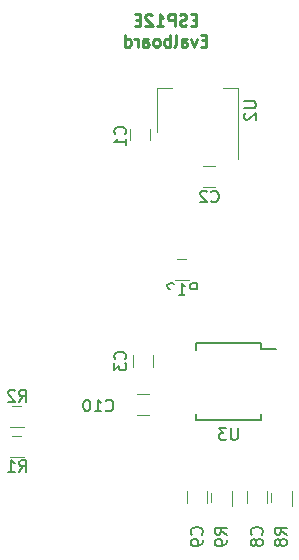
<source format=gbo>
G04 #@! TF.FileFunction,Legend,Bot*
%FSLAX46Y46*%
G04 Gerber Fmt 4.6, Leading zero omitted, Abs format (unit mm)*
G04 Created by KiCad (PCBNEW 4.0.7) date 02/11/18 23:28:48*
%MOMM*%
%LPD*%
G01*
G04 APERTURE LIST*
%ADD10C,0.100000*%
%ADD11C,0.250000*%
%ADD12C,0.120000*%
%ADD13C,0.150000*%
%ADD14R,1.650000X1.900000*%
%ADD15R,1.900000X1.650000*%
%ADD16C,1.300000*%
%ADD17R,1.900000X1.700000*%
%ADD18R,1.600000X0.800000*%
%ADD19R,1.700000X1.900000*%
%ADD20R,4.200000X2.400000*%
%ADD21R,1.900000X2.400000*%
%ADD22C,3.900120*%
%ADD23R,2.100000X2.100000*%
%ADD24O,2.100000X2.100000*%
G04 APERTURE END LIST*
D10*
D11*
X159440238Y-97478571D02*
X159106904Y-97478571D01*
X158964047Y-98002381D02*
X159440238Y-98002381D01*
X159440238Y-97002381D01*
X158964047Y-97002381D01*
X158583095Y-97954762D02*
X158440238Y-98002381D01*
X158202142Y-98002381D01*
X158106904Y-97954762D01*
X158059285Y-97907143D01*
X158011666Y-97811905D01*
X158011666Y-97716667D01*
X158059285Y-97621429D01*
X158106904Y-97573810D01*
X158202142Y-97526190D01*
X158392619Y-97478571D01*
X158487857Y-97430952D01*
X158535476Y-97383333D01*
X158583095Y-97288095D01*
X158583095Y-97192857D01*
X158535476Y-97097619D01*
X158487857Y-97050000D01*
X158392619Y-97002381D01*
X158154523Y-97002381D01*
X158011666Y-97050000D01*
X157583095Y-98002381D02*
X157583095Y-97002381D01*
X157202142Y-97002381D01*
X157106904Y-97050000D01*
X157059285Y-97097619D01*
X157011666Y-97192857D01*
X157011666Y-97335714D01*
X157059285Y-97430952D01*
X157106904Y-97478571D01*
X157202142Y-97526190D01*
X157583095Y-97526190D01*
X156059285Y-98002381D02*
X156630714Y-98002381D01*
X156345000Y-98002381D02*
X156345000Y-97002381D01*
X156440238Y-97145238D01*
X156535476Y-97240476D01*
X156630714Y-97288095D01*
X155678333Y-97097619D02*
X155630714Y-97050000D01*
X155535476Y-97002381D01*
X155297380Y-97002381D01*
X155202142Y-97050000D01*
X155154523Y-97097619D01*
X155106904Y-97192857D01*
X155106904Y-97288095D01*
X155154523Y-97430952D01*
X155725952Y-98002381D01*
X155106904Y-98002381D01*
X154678333Y-97478571D02*
X154344999Y-97478571D01*
X154202142Y-98002381D02*
X154678333Y-98002381D01*
X154678333Y-97002381D01*
X154202142Y-97002381D01*
X160273572Y-99228571D02*
X159940238Y-99228571D01*
X159797381Y-99752381D02*
X160273572Y-99752381D01*
X160273572Y-98752381D01*
X159797381Y-98752381D01*
X159464048Y-99085714D02*
X159225953Y-99752381D01*
X158987857Y-99085714D01*
X158178333Y-99752381D02*
X158178333Y-99228571D01*
X158225952Y-99133333D01*
X158321190Y-99085714D01*
X158511667Y-99085714D01*
X158606905Y-99133333D01*
X158178333Y-99704762D02*
X158273571Y-99752381D01*
X158511667Y-99752381D01*
X158606905Y-99704762D01*
X158654524Y-99609524D01*
X158654524Y-99514286D01*
X158606905Y-99419048D01*
X158511667Y-99371429D01*
X158273571Y-99371429D01*
X158178333Y-99323810D01*
X157559286Y-99752381D02*
X157654524Y-99704762D01*
X157702143Y-99609524D01*
X157702143Y-98752381D01*
X157178333Y-99752381D02*
X157178333Y-98752381D01*
X157178333Y-99133333D02*
X157083095Y-99085714D01*
X156892618Y-99085714D01*
X156797380Y-99133333D01*
X156749761Y-99180952D01*
X156702142Y-99276190D01*
X156702142Y-99561905D01*
X156749761Y-99657143D01*
X156797380Y-99704762D01*
X156892618Y-99752381D01*
X157083095Y-99752381D01*
X157178333Y-99704762D01*
X156130714Y-99752381D02*
X156225952Y-99704762D01*
X156273571Y-99657143D01*
X156321190Y-99561905D01*
X156321190Y-99276190D01*
X156273571Y-99180952D01*
X156225952Y-99133333D01*
X156130714Y-99085714D01*
X155987856Y-99085714D01*
X155892618Y-99133333D01*
X155844999Y-99180952D01*
X155797380Y-99276190D01*
X155797380Y-99561905D01*
X155844999Y-99657143D01*
X155892618Y-99704762D01*
X155987856Y-99752381D01*
X156130714Y-99752381D01*
X154940237Y-99752381D02*
X154940237Y-99228571D01*
X154987856Y-99133333D01*
X155083094Y-99085714D01*
X155273571Y-99085714D01*
X155368809Y-99133333D01*
X154940237Y-99704762D02*
X155035475Y-99752381D01*
X155273571Y-99752381D01*
X155368809Y-99704762D01*
X155416428Y-99609524D01*
X155416428Y-99514286D01*
X155368809Y-99419048D01*
X155273571Y-99371429D01*
X155035475Y-99371429D01*
X154940237Y-99323810D01*
X154464047Y-99752381D02*
X154464047Y-99085714D01*
X154464047Y-99276190D02*
X154416428Y-99180952D01*
X154368809Y-99133333D01*
X154273571Y-99085714D01*
X154178332Y-99085714D01*
X153416427Y-99752381D02*
X153416427Y-98752381D01*
X153416427Y-99704762D02*
X153511665Y-99752381D01*
X153702142Y-99752381D01*
X153797380Y-99704762D01*
X153844999Y-99657143D01*
X153892618Y-99561905D01*
X153892618Y-99276190D01*
X153844999Y-99180952D01*
X153797380Y-99133333D01*
X153702142Y-99085714D01*
X153511665Y-99085714D01*
X153416427Y-99133333D01*
D12*
X155536000Y-106688000D02*
X155536000Y-107688000D01*
X153836000Y-107688000D02*
X153836000Y-106688000D01*
X161028000Y-111594000D02*
X160028000Y-111594000D01*
X160028000Y-109894000D02*
X161028000Y-109894000D01*
X144872000Y-132724000D02*
X143672000Y-132724000D01*
X143672000Y-134484000D02*
X144872000Y-134484000D01*
D13*
X164933000Y-124842000D02*
X164933000Y-125317000D01*
X159383000Y-124842000D02*
X159383000Y-125417000D01*
X159383000Y-131392000D02*
X159383000Y-130817000D01*
X164933000Y-131392000D02*
X164933000Y-130817000D01*
X164933000Y-124842000D02*
X159383000Y-124842000D01*
X164933000Y-131392000D02*
X159383000Y-131392000D01*
X164933000Y-125317000D02*
X166208000Y-125317000D01*
D12*
X165442000Y-137402000D02*
X165442000Y-138402000D01*
X163742000Y-138402000D02*
X163742000Y-137402000D01*
X160362000Y-137402000D02*
X160362000Y-138402000D01*
X158662000Y-138402000D02*
X158662000Y-137402000D01*
X154440000Y-129198000D02*
X155440000Y-129198000D01*
X155440000Y-130898000D02*
X154440000Y-130898000D01*
X167504000Y-138602000D02*
X167504000Y-137402000D01*
X165744000Y-137402000D02*
X165744000Y-138602000D01*
X162424000Y-138602000D02*
X162424000Y-137402000D01*
X160664000Y-137402000D02*
X160664000Y-138602000D01*
X156102000Y-103246000D02*
X157362000Y-103246000D01*
X162922000Y-103246000D02*
X161662000Y-103246000D01*
X156102000Y-107006000D02*
X156102000Y-103246000D01*
X162922000Y-109256000D02*
X162922000Y-103246000D01*
X143672000Y-131944000D02*
X144872000Y-131944000D01*
X144872000Y-130184000D02*
X143672000Y-130184000D01*
X155790000Y-125865000D02*
X155790000Y-126865000D01*
X154090000Y-126865000D02*
X154090000Y-125865000D01*
X158842000Y-117738000D02*
X157642000Y-117738000D01*
X157642000Y-119498000D02*
X158842000Y-119498000D01*
D13*
X153392143Y-107148334D02*
X153439762Y-107100715D01*
X153487381Y-106957858D01*
X153487381Y-106862620D01*
X153439762Y-106719762D01*
X153344524Y-106624524D01*
X153249286Y-106576905D01*
X153058810Y-106529286D01*
X152915952Y-106529286D01*
X152725476Y-106576905D01*
X152630238Y-106624524D01*
X152535000Y-106719762D01*
X152487381Y-106862620D01*
X152487381Y-106957858D01*
X152535000Y-107100715D01*
X152582619Y-107148334D01*
X153487381Y-108100715D02*
X153487381Y-107529286D01*
X153487381Y-107815000D02*
X152487381Y-107815000D01*
X152630238Y-107719762D01*
X152725476Y-107624524D01*
X152773095Y-107529286D01*
X160694666Y-112851143D02*
X160742285Y-112898762D01*
X160885142Y-112946381D01*
X160980380Y-112946381D01*
X161123238Y-112898762D01*
X161218476Y-112803524D01*
X161266095Y-112708286D01*
X161313714Y-112517810D01*
X161313714Y-112374952D01*
X161266095Y-112184476D01*
X161218476Y-112089238D01*
X161123238Y-111994000D01*
X160980380Y-111946381D01*
X160885142Y-111946381D01*
X160742285Y-111994000D01*
X160694666Y-112041619D01*
X160313714Y-112041619D02*
X160266095Y-111994000D01*
X160170857Y-111946381D01*
X159932761Y-111946381D01*
X159837523Y-111994000D01*
X159789904Y-112041619D01*
X159742285Y-112136857D01*
X159742285Y-112232095D01*
X159789904Y-112374952D01*
X160361333Y-112946381D01*
X159742285Y-112946381D01*
X144438666Y-135756381D02*
X144772000Y-135280190D01*
X145010095Y-135756381D02*
X145010095Y-134756381D01*
X144629142Y-134756381D01*
X144533904Y-134804000D01*
X144486285Y-134851619D01*
X144438666Y-134946857D01*
X144438666Y-135089714D01*
X144486285Y-135184952D01*
X144533904Y-135232571D01*
X144629142Y-135280190D01*
X145010095Y-135280190D01*
X143486285Y-135756381D02*
X144057714Y-135756381D01*
X143772000Y-135756381D02*
X143772000Y-134756381D01*
X143867238Y-134899238D01*
X143962476Y-134994476D01*
X144057714Y-135042095D01*
X162919905Y-132040381D02*
X162919905Y-132849905D01*
X162872286Y-132945143D01*
X162824667Y-132992762D01*
X162729429Y-133040381D01*
X162538952Y-133040381D01*
X162443714Y-132992762D01*
X162396095Y-132945143D01*
X162348476Y-132849905D01*
X162348476Y-132040381D01*
X161967524Y-132040381D02*
X161348476Y-132040381D01*
X161681810Y-132421333D01*
X161538952Y-132421333D01*
X161443714Y-132468952D01*
X161396095Y-132516571D01*
X161348476Y-132611810D01*
X161348476Y-132849905D01*
X161396095Y-132945143D01*
X161443714Y-132992762D01*
X161538952Y-133040381D01*
X161824667Y-133040381D01*
X161919905Y-132992762D01*
X161967524Y-132945143D01*
X164949143Y-141057334D02*
X164996762Y-141009715D01*
X165044381Y-140866858D01*
X165044381Y-140771620D01*
X164996762Y-140628762D01*
X164901524Y-140533524D01*
X164806286Y-140485905D01*
X164615810Y-140438286D01*
X164472952Y-140438286D01*
X164282476Y-140485905D01*
X164187238Y-140533524D01*
X164092000Y-140628762D01*
X164044381Y-140771620D01*
X164044381Y-140866858D01*
X164092000Y-141009715D01*
X164139619Y-141057334D01*
X164472952Y-141628762D02*
X164425333Y-141533524D01*
X164377714Y-141485905D01*
X164282476Y-141438286D01*
X164234857Y-141438286D01*
X164139619Y-141485905D01*
X164092000Y-141533524D01*
X164044381Y-141628762D01*
X164044381Y-141819239D01*
X164092000Y-141914477D01*
X164139619Y-141962096D01*
X164234857Y-142009715D01*
X164282476Y-142009715D01*
X164377714Y-141962096D01*
X164425333Y-141914477D01*
X164472952Y-141819239D01*
X164472952Y-141628762D01*
X164520571Y-141533524D01*
X164568190Y-141485905D01*
X164663429Y-141438286D01*
X164853905Y-141438286D01*
X164949143Y-141485905D01*
X164996762Y-141533524D01*
X165044381Y-141628762D01*
X165044381Y-141819239D01*
X164996762Y-141914477D01*
X164949143Y-141962096D01*
X164853905Y-142009715D01*
X164663429Y-142009715D01*
X164568190Y-141962096D01*
X164520571Y-141914477D01*
X164472952Y-141819239D01*
X159869143Y-141057334D02*
X159916762Y-141009715D01*
X159964381Y-140866858D01*
X159964381Y-140771620D01*
X159916762Y-140628762D01*
X159821524Y-140533524D01*
X159726286Y-140485905D01*
X159535810Y-140438286D01*
X159392952Y-140438286D01*
X159202476Y-140485905D01*
X159107238Y-140533524D01*
X159012000Y-140628762D01*
X158964381Y-140771620D01*
X158964381Y-140866858D01*
X159012000Y-141009715D01*
X159059619Y-141057334D01*
X159964381Y-141533524D02*
X159964381Y-141724000D01*
X159916762Y-141819239D01*
X159869143Y-141866858D01*
X159726286Y-141962096D01*
X159535810Y-142009715D01*
X159154857Y-142009715D01*
X159059619Y-141962096D01*
X159012000Y-141914477D01*
X158964381Y-141819239D01*
X158964381Y-141628762D01*
X159012000Y-141533524D01*
X159059619Y-141485905D01*
X159154857Y-141438286D01*
X159392952Y-141438286D01*
X159488190Y-141485905D01*
X159535810Y-141533524D01*
X159583429Y-141628762D01*
X159583429Y-141819239D01*
X159535810Y-141914477D01*
X159488190Y-141962096D01*
X159392952Y-142009715D01*
X151772857Y-130532143D02*
X151820476Y-130579762D01*
X151963333Y-130627381D01*
X152058571Y-130627381D01*
X152201429Y-130579762D01*
X152296667Y-130484524D01*
X152344286Y-130389286D01*
X152391905Y-130198810D01*
X152391905Y-130055952D01*
X152344286Y-129865476D01*
X152296667Y-129770238D01*
X152201429Y-129675000D01*
X152058571Y-129627381D01*
X151963333Y-129627381D01*
X151820476Y-129675000D01*
X151772857Y-129722619D01*
X150820476Y-130627381D02*
X151391905Y-130627381D01*
X151106191Y-130627381D02*
X151106191Y-129627381D01*
X151201429Y-129770238D01*
X151296667Y-129865476D01*
X151391905Y-129913095D01*
X150201429Y-129627381D02*
X150106190Y-129627381D01*
X150010952Y-129675000D01*
X149963333Y-129722619D01*
X149915714Y-129817857D01*
X149868095Y-130008333D01*
X149868095Y-130246429D01*
X149915714Y-130436905D01*
X149963333Y-130532143D01*
X150010952Y-130579762D01*
X150106190Y-130627381D01*
X150201429Y-130627381D01*
X150296667Y-130579762D01*
X150344286Y-130532143D01*
X150391905Y-130436905D01*
X150439524Y-130246429D01*
X150439524Y-130008333D01*
X150391905Y-129817857D01*
X150344286Y-129722619D01*
X150296667Y-129675000D01*
X150201429Y-129627381D01*
X167076381Y-141057334D02*
X166600190Y-140724000D01*
X167076381Y-140485905D02*
X166076381Y-140485905D01*
X166076381Y-140866858D01*
X166124000Y-140962096D01*
X166171619Y-141009715D01*
X166266857Y-141057334D01*
X166409714Y-141057334D01*
X166504952Y-141009715D01*
X166552571Y-140962096D01*
X166600190Y-140866858D01*
X166600190Y-140485905D01*
X166504952Y-141628762D02*
X166457333Y-141533524D01*
X166409714Y-141485905D01*
X166314476Y-141438286D01*
X166266857Y-141438286D01*
X166171619Y-141485905D01*
X166124000Y-141533524D01*
X166076381Y-141628762D01*
X166076381Y-141819239D01*
X166124000Y-141914477D01*
X166171619Y-141962096D01*
X166266857Y-142009715D01*
X166314476Y-142009715D01*
X166409714Y-141962096D01*
X166457333Y-141914477D01*
X166504952Y-141819239D01*
X166504952Y-141628762D01*
X166552571Y-141533524D01*
X166600190Y-141485905D01*
X166695429Y-141438286D01*
X166885905Y-141438286D01*
X166981143Y-141485905D01*
X167028762Y-141533524D01*
X167076381Y-141628762D01*
X167076381Y-141819239D01*
X167028762Y-141914477D01*
X166981143Y-141962096D01*
X166885905Y-142009715D01*
X166695429Y-142009715D01*
X166600190Y-141962096D01*
X166552571Y-141914477D01*
X166504952Y-141819239D01*
X161996381Y-141057334D02*
X161520190Y-140724000D01*
X161996381Y-140485905D02*
X160996381Y-140485905D01*
X160996381Y-140866858D01*
X161044000Y-140962096D01*
X161091619Y-141009715D01*
X161186857Y-141057334D01*
X161329714Y-141057334D01*
X161424952Y-141009715D01*
X161472571Y-140962096D01*
X161520190Y-140866858D01*
X161520190Y-140485905D01*
X161996381Y-141533524D02*
X161996381Y-141724000D01*
X161948762Y-141819239D01*
X161901143Y-141866858D01*
X161758286Y-141962096D01*
X161567810Y-142009715D01*
X161186857Y-142009715D01*
X161091619Y-141962096D01*
X161044000Y-141914477D01*
X160996381Y-141819239D01*
X160996381Y-141628762D01*
X161044000Y-141533524D01*
X161091619Y-141485905D01*
X161186857Y-141438286D01*
X161424952Y-141438286D01*
X161520190Y-141485905D01*
X161567810Y-141533524D01*
X161615429Y-141628762D01*
X161615429Y-141819239D01*
X161567810Y-141914477D01*
X161520190Y-141962096D01*
X161424952Y-142009715D01*
X163464381Y-104394095D02*
X164273905Y-104394095D01*
X164369143Y-104441714D01*
X164416762Y-104489333D01*
X164464381Y-104584571D01*
X164464381Y-104775048D01*
X164416762Y-104870286D01*
X164369143Y-104917905D01*
X164273905Y-104965524D01*
X163464381Y-104965524D01*
X163559619Y-105394095D02*
X163512000Y-105441714D01*
X163464381Y-105536952D01*
X163464381Y-105775048D01*
X163512000Y-105870286D01*
X163559619Y-105917905D01*
X163654857Y-105965524D01*
X163750095Y-105965524D01*
X163892952Y-105917905D01*
X164464381Y-105346476D01*
X164464381Y-105965524D01*
X144438666Y-129816381D02*
X144772000Y-129340190D01*
X145010095Y-129816381D02*
X145010095Y-128816381D01*
X144629142Y-128816381D01*
X144533904Y-128864000D01*
X144486285Y-128911619D01*
X144438666Y-129006857D01*
X144438666Y-129149714D01*
X144486285Y-129244952D01*
X144533904Y-129292571D01*
X144629142Y-129340190D01*
X145010095Y-129340190D01*
X144057714Y-128911619D02*
X144010095Y-128864000D01*
X143914857Y-128816381D01*
X143676761Y-128816381D01*
X143581523Y-128864000D01*
X143533904Y-128911619D01*
X143486285Y-129006857D01*
X143486285Y-129102095D01*
X143533904Y-129244952D01*
X144105333Y-129816381D01*
X143486285Y-129816381D01*
X153392143Y-126198334D02*
X153439762Y-126150715D01*
X153487381Y-126007858D01*
X153487381Y-125912620D01*
X153439762Y-125769762D01*
X153344524Y-125674524D01*
X153249286Y-125626905D01*
X153058810Y-125579286D01*
X152915952Y-125579286D01*
X152725476Y-125626905D01*
X152630238Y-125674524D01*
X152535000Y-125769762D01*
X152487381Y-125912620D01*
X152487381Y-126007858D01*
X152535000Y-126150715D01*
X152582619Y-126198334D01*
X152487381Y-126531667D02*
X152487381Y-127150715D01*
X152868333Y-126817381D01*
X152868333Y-126960239D01*
X152915952Y-127055477D01*
X152963571Y-127103096D01*
X153058810Y-127150715D01*
X153296905Y-127150715D01*
X153392143Y-127103096D01*
X153439762Y-127055477D01*
X153487381Y-126960239D01*
X153487381Y-126674524D01*
X153439762Y-126579286D01*
X153392143Y-126531667D01*
X158884857Y-120770381D02*
X159218191Y-120294190D01*
X159456286Y-120770381D02*
X159456286Y-119770381D01*
X159075333Y-119770381D01*
X158980095Y-119818000D01*
X158932476Y-119865619D01*
X158884857Y-119960857D01*
X158884857Y-120103714D01*
X158932476Y-120198952D01*
X158980095Y-120246571D01*
X159075333Y-120294190D01*
X159456286Y-120294190D01*
X157932476Y-120770381D02*
X158503905Y-120770381D01*
X158218191Y-120770381D02*
X158218191Y-119770381D01*
X158313429Y-119913238D01*
X158408667Y-120008476D01*
X158503905Y-120056095D01*
X157551524Y-119865619D02*
X157503905Y-119818000D01*
X157408667Y-119770381D01*
X157170571Y-119770381D01*
X157075333Y-119818000D01*
X157027714Y-119865619D01*
X156980095Y-119960857D01*
X156980095Y-120056095D01*
X157027714Y-120198952D01*
X157599143Y-120770381D01*
X156980095Y-120770381D01*
%LPC*%
D14*
X154686000Y-108438000D03*
X154686000Y-105938000D03*
D15*
X159278000Y-110744000D03*
X161778000Y-110744000D03*
D16*
X150200000Y-139240000D03*
X154600000Y-139240000D03*
D17*
X142922000Y-133604000D03*
X145622000Y-133604000D03*
D18*
X165608000Y-125842000D03*
X165608000Y-126492000D03*
X165608000Y-127142000D03*
X165608000Y-127792000D03*
X165608000Y-128442000D03*
X165608000Y-129092000D03*
X165608000Y-129742000D03*
X165608000Y-130392000D03*
X158708000Y-130392000D03*
X158708000Y-129742000D03*
X158708000Y-129092000D03*
X158708000Y-128442000D03*
X158708000Y-127792000D03*
X158708000Y-127142000D03*
X158708000Y-126492000D03*
X158708000Y-125842000D03*
D14*
X164592000Y-139152000D03*
X164592000Y-136652000D03*
X159512000Y-139152000D03*
X159512000Y-136652000D03*
D15*
X156190000Y-130048000D03*
X153690000Y-130048000D03*
D19*
X166624000Y-136652000D03*
X166624000Y-139352000D03*
X161544000Y-136652000D03*
X161544000Y-139352000D03*
D20*
X159512000Y-102006000D03*
D21*
X159512000Y-108306000D03*
X157212000Y-108306000D03*
X161812000Y-108306000D03*
D22*
X142161260Y-139778740D03*
X142161260Y-99778820D03*
X172161200Y-99778820D03*
X172161200Y-139778740D03*
D23*
X139446000Y-107188000D03*
D24*
X139446000Y-109728000D03*
X139446000Y-112268000D03*
X139446000Y-114808000D03*
X139446000Y-117348000D03*
X139446000Y-119888000D03*
X139446000Y-122428000D03*
X139446000Y-124968000D03*
X139446000Y-127508000D03*
X139446000Y-130048000D03*
X139446000Y-132588000D03*
D23*
X175006000Y-104648000D03*
D24*
X175006000Y-107188000D03*
X175006000Y-109728000D03*
X175006000Y-112268000D03*
X175006000Y-114808000D03*
X175006000Y-117348000D03*
X175006000Y-119888000D03*
X175006000Y-122428000D03*
X175006000Y-124968000D03*
X175006000Y-127508000D03*
X175006000Y-130048000D03*
D17*
X145622000Y-131064000D03*
X142922000Y-131064000D03*
D14*
X154940000Y-127615000D03*
X154940000Y-125115000D03*
D23*
X159512000Y-121412000D03*
D24*
X156972000Y-121412000D03*
X154432000Y-121412000D03*
D17*
X156892000Y-118618000D03*
X159592000Y-118618000D03*
M02*

</source>
